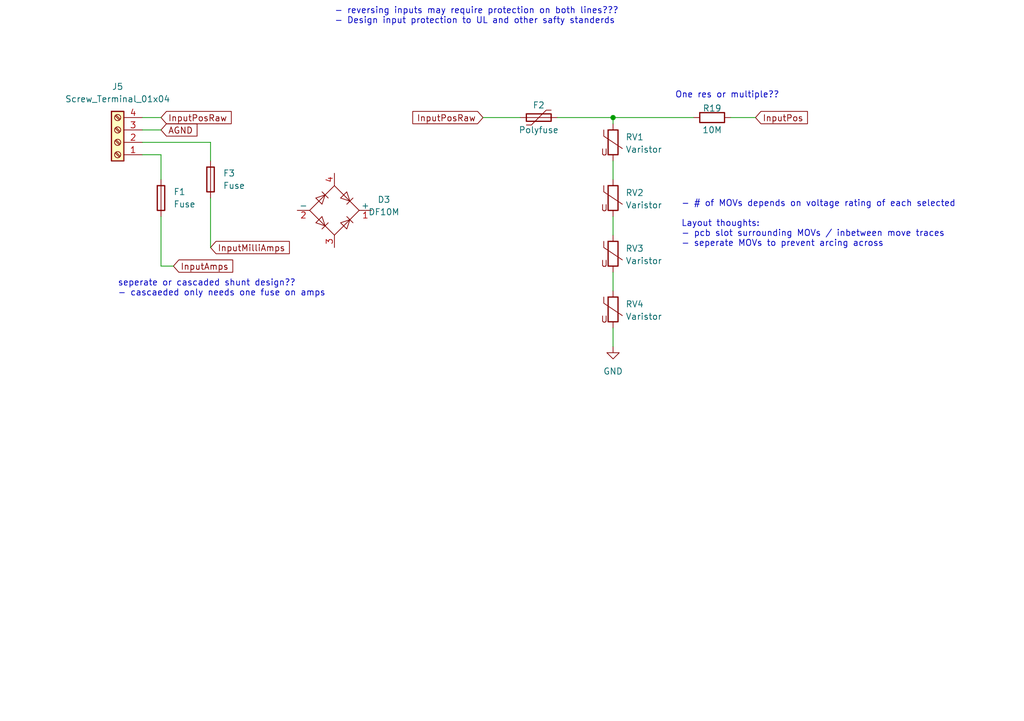
<source format=kicad_sch>
(kicad_sch (version 20230121) (generator eeschema)

  (uuid 93b6cb77-0966-487f-9d61-2a5e952803f5)

  (paper "A5")

  (lib_symbols
    (symbol "Connector:Screw_Terminal_01x04" (pin_names (offset 1.016) hide) (in_bom yes) (on_board yes)
      (property "Reference" "J" (at 0 5.08 0)
        (effects (font (size 1.27 1.27)))
      )
      (property "Value" "Screw_Terminal_01x04" (at 0 -7.62 0)
        (effects (font (size 1.27 1.27)))
      )
      (property "Footprint" "" (at 0 0 0)
        (effects (font (size 1.27 1.27)) hide)
      )
      (property "Datasheet" "~" (at 0 0 0)
        (effects (font (size 1.27 1.27)) hide)
      )
      (property "ki_keywords" "screw terminal" (at 0 0 0)
        (effects (font (size 1.27 1.27)) hide)
      )
      (property "ki_description" "Generic screw terminal, single row, 01x04, script generated (kicad-library-utils/schlib/autogen/connector/)" (at 0 0 0)
        (effects (font (size 1.27 1.27)) hide)
      )
      (property "ki_fp_filters" "TerminalBlock*:*" (at 0 0 0)
        (effects (font (size 1.27 1.27)) hide)
      )
      (symbol "Screw_Terminal_01x04_1_1"
        (rectangle (start -1.27 3.81) (end 1.27 -6.35)
          (stroke (width 0.254) (type default))
          (fill (type background))
        )
        (circle (center 0 -5.08) (radius 0.635)
          (stroke (width 0.1524) (type default))
          (fill (type none))
        )
        (circle (center 0 -2.54) (radius 0.635)
          (stroke (width 0.1524) (type default))
          (fill (type none))
        )
        (polyline
          (pts
            (xy -0.5334 -4.7498)
            (xy 0.3302 -5.588)
          )
          (stroke (width 0.1524) (type default))
          (fill (type none))
        )
        (polyline
          (pts
            (xy -0.5334 -2.2098)
            (xy 0.3302 -3.048)
          )
          (stroke (width 0.1524) (type default))
          (fill (type none))
        )
        (polyline
          (pts
            (xy -0.5334 0.3302)
            (xy 0.3302 -0.508)
          )
          (stroke (width 0.1524) (type default))
          (fill (type none))
        )
        (polyline
          (pts
            (xy -0.5334 2.8702)
            (xy 0.3302 2.032)
          )
          (stroke (width 0.1524) (type default))
          (fill (type none))
        )
        (polyline
          (pts
            (xy -0.3556 -4.572)
            (xy 0.508 -5.4102)
          )
          (stroke (width 0.1524) (type default))
          (fill (type none))
        )
        (polyline
          (pts
            (xy -0.3556 -2.032)
            (xy 0.508 -2.8702)
          )
          (stroke (width 0.1524) (type default))
          (fill (type none))
        )
        (polyline
          (pts
            (xy -0.3556 0.508)
            (xy 0.508 -0.3302)
          )
          (stroke (width 0.1524) (type default))
          (fill (type none))
        )
        (polyline
          (pts
            (xy -0.3556 3.048)
            (xy 0.508 2.2098)
          )
          (stroke (width 0.1524) (type default))
          (fill (type none))
        )
        (circle (center 0 0) (radius 0.635)
          (stroke (width 0.1524) (type default))
          (fill (type none))
        )
        (circle (center 0 2.54) (radius 0.635)
          (stroke (width 0.1524) (type default))
          (fill (type none))
        )
        (pin passive line (at -5.08 2.54 0) (length 3.81)
          (name "Pin_1" (effects (font (size 1.27 1.27))))
          (number "1" (effects (font (size 1.27 1.27))))
        )
        (pin passive line (at -5.08 0 0) (length 3.81)
          (name "Pin_2" (effects (font (size 1.27 1.27))))
          (number "2" (effects (font (size 1.27 1.27))))
        )
        (pin passive line (at -5.08 -2.54 0) (length 3.81)
          (name "Pin_3" (effects (font (size 1.27 1.27))))
          (number "3" (effects (font (size 1.27 1.27))))
        )
        (pin passive line (at -5.08 -5.08 0) (length 3.81)
          (name "Pin_4" (effects (font (size 1.27 1.27))))
          (number "4" (effects (font (size 1.27 1.27))))
        )
      )
    )
    (symbol "Device:Fuse" (pin_numbers hide) (pin_names (offset 0)) (in_bom yes) (on_board yes)
      (property "Reference" "F" (at 2.032 0 90)
        (effects (font (size 1.27 1.27)))
      )
      (property "Value" "Fuse" (at -1.905 0 90)
        (effects (font (size 1.27 1.27)))
      )
      (property "Footprint" "" (at -1.778 0 90)
        (effects (font (size 1.27 1.27)) hide)
      )
      (property "Datasheet" "~" (at 0 0 0)
        (effects (font (size 1.27 1.27)) hide)
      )
      (property "ki_keywords" "fuse" (at 0 0 0)
        (effects (font (size 1.27 1.27)) hide)
      )
      (property "ki_description" "Fuse" (at 0 0 0)
        (effects (font (size 1.27 1.27)) hide)
      )
      (property "ki_fp_filters" "*Fuse*" (at 0 0 0)
        (effects (font (size 1.27 1.27)) hide)
      )
      (symbol "Fuse_0_1"
        (rectangle (start -0.762 -2.54) (end 0.762 2.54)
          (stroke (width 0.254) (type default))
          (fill (type none))
        )
        (polyline
          (pts
            (xy 0 2.54)
            (xy 0 -2.54)
          )
          (stroke (width 0) (type default))
          (fill (type none))
        )
      )
      (symbol "Fuse_1_1"
        (pin passive line (at 0 3.81 270) (length 1.27)
          (name "~" (effects (font (size 1.27 1.27))))
          (number "1" (effects (font (size 1.27 1.27))))
        )
        (pin passive line (at 0 -3.81 90) (length 1.27)
          (name "~" (effects (font (size 1.27 1.27))))
          (number "2" (effects (font (size 1.27 1.27))))
        )
      )
    )
    (symbol "Device:Polyfuse" (pin_numbers hide) (pin_names (offset 0)) (in_bom yes) (on_board yes)
      (property "Reference" "F" (at -2.54 0 90)
        (effects (font (size 1.27 1.27)))
      )
      (property "Value" "Polyfuse" (at 2.54 0 90)
        (effects (font (size 1.27 1.27)))
      )
      (property "Footprint" "" (at 1.27 -5.08 0)
        (effects (font (size 1.27 1.27)) (justify left) hide)
      )
      (property "Datasheet" "~" (at 0 0 0)
        (effects (font (size 1.27 1.27)) hide)
      )
      (property "ki_keywords" "resettable fuse PTC PPTC polyfuse polyswitch" (at 0 0 0)
        (effects (font (size 1.27 1.27)) hide)
      )
      (property "ki_description" "Resettable fuse, polymeric positive temperature coefficient" (at 0 0 0)
        (effects (font (size 1.27 1.27)) hide)
      )
      (property "ki_fp_filters" "*polyfuse* *PTC*" (at 0 0 0)
        (effects (font (size 1.27 1.27)) hide)
      )
      (symbol "Polyfuse_0_1"
        (rectangle (start -0.762 2.54) (end 0.762 -2.54)
          (stroke (width 0.254) (type default))
          (fill (type none))
        )
        (polyline
          (pts
            (xy 0 2.54)
            (xy 0 -2.54)
          )
          (stroke (width 0) (type default))
          (fill (type none))
        )
        (polyline
          (pts
            (xy -1.524 2.54)
            (xy -1.524 1.524)
            (xy 1.524 -1.524)
            (xy 1.524 -2.54)
          )
          (stroke (width 0) (type default))
          (fill (type none))
        )
      )
      (symbol "Polyfuse_1_1"
        (pin passive line (at 0 3.81 270) (length 1.27)
          (name "~" (effects (font (size 1.27 1.27))))
          (number "1" (effects (font (size 1.27 1.27))))
        )
        (pin passive line (at 0 -3.81 90) (length 1.27)
          (name "~" (effects (font (size 1.27 1.27))))
          (number "2" (effects (font (size 1.27 1.27))))
        )
      )
    )
    (symbol "Device:R" (pin_numbers hide) (pin_names (offset 0)) (in_bom yes) (on_board yes)
      (property "Reference" "R" (at 2.032 0 90)
        (effects (font (size 1.27 1.27)))
      )
      (property "Value" "R" (at 0 0 90)
        (effects (font (size 1.27 1.27)))
      )
      (property "Footprint" "" (at -1.778 0 90)
        (effects (font (size 1.27 1.27)) hide)
      )
      (property "Datasheet" "~" (at 0 0 0)
        (effects (font (size 1.27 1.27)) hide)
      )
      (property "ki_keywords" "R res resistor" (at 0 0 0)
        (effects (font (size 1.27 1.27)) hide)
      )
      (property "ki_description" "Resistor" (at 0 0 0)
        (effects (font (size 1.27 1.27)) hide)
      )
      (property "ki_fp_filters" "R_*" (at 0 0 0)
        (effects (font (size 1.27 1.27)) hide)
      )
      (symbol "R_0_1"
        (rectangle (start -1.016 -2.54) (end 1.016 2.54)
          (stroke (width 0.254) (type default))
          (fill (type none))
        )
      )
      (symbol "R_1_1"
        (pin passive line (at 0 3.81 270) (length 1.27)
          (name "~" (effects (font (size 1.27 1.27))))
          (number "1" (effects (font (size 1.27 1.27))))
        )
        (pin passive line (at 0 -3.81 90) (length 1.27)
          (name "~" (effects (font (size 1.27 1.27))))
          (number "2" (effects (font (size 1.27 1.27))))
        )
      )
    )
    (symbol "Device:Varistor" (pin_numbers hide) (pin_names (offset 0)) (in_bom yes) (on_board yes)
      (property "Reference" "RV" (at 3.175 0 90)
        (effects (font (size 1.27 1.27)))
      )
      (property "Value" "Varistor" (at -3.175 0 90)
        (effects (font (size 1.27 1.27)))
      )
      (property "Footprint" "" (at -1.778 0 90)
        (effects (font (size 1.27 1.27)) hide)
      )
      (property "Datasheet" "~" (at 0 0 0)
        (effects (font (size 1.27 1.27)) hide)
      )
      (property "Sim.Name" "kicad_builtin_varistor" (at 0 0 0)
        (effects (font (size 1.27 1.27)) hide)
      )
      (property "Sim.Device" "SUBCKT" (at 0 0 0)
        (effects (font (size 1.27 1.27)) hide)
      )
      (property "Sim.Pins" "1=A 2=B" (at 0 0 0)
        (effects (font (size 1.27 1.27)) hide)
      )
      (property "Sim.Params" "threshold=1k" (at 0 0 0)
        (effects (font (size 1.27 1.27)) hide)
      )
      (property "Sim.Library" "${KICAD7_SYMBOL_DIR}/Simulation_SPICE.sp" (at 0 0 0)
        (effects (font (size 1.27 1.27)) hide)
      )
      (property "ki_keywords" "VDR resistance" (at 0 0 0)
        (effects (font (size 1.27 1.27)) hide)
      )
      (property "ki_description" "Voltage dependent resistor" (at 0 0 0)
        (effects (font (size 1.27 1.27)) hide)
      )
      (property "ki_fp_filters" "RV_* Varistor*" (at 0 0 0)
        (effects (font (size 1.27 1.27)) hide)
      )
      (symbol "Varistor_0_0"
        (text "U" (at -1.778 -2.032 0)
          (effects (font (size 1.27 1.27)))
        )
      )
      (symbol "Varistor_0_1"
        (rectangle (start -1.016 -2.54) (end 1.016 2.54)
          (stroke (width 0.254) (type default))
          (fill (type none))
        )
        (polyline
          (pts
            (xy -1.905 2.54)
            (xy -1.905 1.27)
            (xy 1.905 -1.27)
          )
          (stroke (width 0) (type default))
          (fill (type none))
        )
      )
      (symbol "Varistor_1_1"
        (pin passive line (at 0 3.81 270) (length 1.27)
          (name "~" (effects (font (size 1.27 1.27))))
          (number "1" (effects (font (size 1.27 1.27))))
        )
        (pin passive line (at 0 -3.81 90) (length 1.27)
          (name "~" (effects (font (size 1.27 1.27))))
          (number "2" (effects (font (size 1.27 1.27))))
        )
      )
    )
    (symbol "Diode_Bridge:DF10M" (pin_names (offset 0)) (in_bom yes) (on_board yes)
      (property "Reference" "D" (at 2.54 6.985 0)
        (effects (font (size 1.27 1.27)) (justify left))
      )
      (property "Value" "DF10M" (at 2.54 5.08 0)
        (effects (font (size 1.27 1.27)) (justify left))
      )
      (property "Footprint" "Diode_THT:Diode_Bridge_DIP-4_W7.62mm_P5.08mm" (at 3.81 3.175 0)
        (effects (font (size 1.27 1.27)) (justify left) hide)
      )
      (property "Datasheet" "http://www.vishay.com/docs/88571/dfm.pdf" (at 0 0 0)
        (effects (font (size 1.27 1.27)) hide)
      )
      (property "ki_keywords" "rectifier acdc" (at 0 0 0)
        (effects (font (size 1.27 1.27)) hide)
      )
      (property "ki_description" "Miniature Glass Passivated Single-Phase Bridge Rectifiers, 700V Vrms, 1.0A If, DIP-4" (at 0 0 0)
        (effects (font (size 1.27 1.27)) hide)
      )
      (property "ki_fp_filters" "Diode*Bridge*DIP*W7.62mm*P5.08mm*" (at 0 0 0)
        (effects (font (size 1.27 1.27)) hide)
      )
      (symbol "DF10M_0_1"
        (polyline
          (pts
            (xy -2.54 3.81)
            (xy -1.27 2.54)
          )
          (stroke (width 0) (type default))
          (fill (type none))
        )
        (polyline
          (pts
            (xy -1.27 -2.54)
            (xy -2.54 -3.81)
          )
          (stroke (width 0) (type default))
          (fill (type none))
        )
        (polyline
          (pts
            (xy 2.54 -1.27)
            (xy 3.81 -2.54)
          )
          (stroke (width 0) (type default))
          (fill (type none))
        )
        (polyline
          (pts
            (xy 2.54 1.27)
            (xy 3.81 2.54)
          )
          (stroke (width 0) (type default))
          (fill (type none))
        )
        (polyline
          (pts
            (xy -3.81 2.54)
            (xy -2.54 1.27)
            (xy -1.905 3.175)
            (xy -3.81 2.54)
          )
          (stroke (width 0) (type default))
          (fill (type none))
        )
        (polyline
          (pts
            (xy -2.54 -1.27)
            (xy -3.81 -2.54)
            (xy -1.905 -3.175)
            (xy -2.54 -1.27)
          )
          (stroke (width 0) (type default))
          (fill (type none))
        )
        (polyline
          (pts
            (xy 1.27 2.54)
            (xy 2.54 3.81)
            (xy 3.175 1.905)
            (xy 1.27 2.54)
          )
          (stroke (width 0) (type default))
          (fill (type none))
        )
        (polyline
          (pts
            (xy 3.175 -1.905)
            (xy 1.27 -2.54)
            (xy 2.54 -3.81)
            (xy 3.175 -1.905)
          )
          (stroke (width 0) (type default))
          (fill (type none))
        )
        (polyline
          (pts
            (xy -5.08 0)
            (xy 0 -5.08)
            (xy 5.08 0)
            (xy 0 5.08)
            (xy -5.08 0)
          )
          (stroke (width 0) (type default))
          (fill (type none))
        )
      )
      (symbol "DF10M_1_1"
        (pin passive line (at 7.62 0 180) (length 2.54)
          (name "+" (effects (font (size 1.27 1.27))))
          (number "1" (effects (font (size 1.27 1.27))))
        )
        (pin passive line (at -7.62 0 0) (length 2.54)
          (name "-" (effects (font (size 1.27 1.27))))
          (number "2" (effects (font (size 1.27 1.27))))
        )
        (pin passive line (at 0 -7.62 90) (length 2.54)
          (name "~" (effects (font (size 1.27 1.27))))
          (number "3" (effects (font (size 1.27 1.27))))
        )
        (pin passive line (at 0 7.62 270) (length 2.54)
          (name "~" (effects (font (size 1.27 1.27))))
          (number "4" (effects (font (size 1.27 1.27))))
        )
      )
    )
    (symbol "power:GND" (power) (pin_names (offset 0)) (in_bom yes) (on_board yes)
      (property "Reference" "#PWR" (at 0 -6.35 0)
        (effects (font (size 1.27 1.27)) hide)
      )
      (property "Value" "GND" (at 0 -3.81 0)
        (effects (font (size 1.27 1.27)))
      )
      (property "Footprint" "" (at 0 0 0)
        (effects (font (size 1.27 1.27)) hide)
      )
      (property "Datasheet" "" (at 0 0 0)
        (effects (font (size 1.27 1.27)) hide)
      )
      (property "ki_keywords" "global power" (at 0 0 0)
        (effects (font (size 1.27 1.27)) hide)
      )
      (property "ki_description" "Power symbol creates a global label with name \"GND\" , ground" (at 0 0 0)
        (effects (font (size 1.27 1.27)) hide)
      )
      (symbol "GND_0_1"
        (polyline
          (pts
            (xy 0 0)
            (xy 0 -1.27)
            (xy 1.27 -1.27)
            (xy 0 -2.54)
            (xy -1.27 -1.27)
            (xy 0 -1.27)
          )
          (stroke (width 0) (type default))
          (fill (type none))
        )
      )
      (symbol "GND_1_1"
        (pin power_in line (at 0 0 270) (length 0) hide
          (name "GND" (effects (font (size 1.27 1.27))))
          (number "1" (effects (font (size 1.27 1.27))))
        )
      )
    )
  )

  (junction (at 125.73 24.13) (diameter 0) (color 0 0 0 0)
    (uuid 6c95d8d3-0f02-4247-8a26-96ad1788bae2)
  )

  (wire (pts (xy 114.3 24.13) (xy 125.73 24.13))
    (stroke (width 0) (type default))
    (uuid 1bbc7ba7-b6fa-4807-80a5-bd149aa4ed9a)
  )
  (wire (pts (xy 43.18 40.64) (xy 43.18 50.8))
    (stroke (width 0) (type default))
    (uuid 3c279f77-fac7-494a-bcc4-f0a46344c8f0)
  )
  (wire (pts (xy 29.21 29.21) (xy 43.18 29.21))
    (stroke (width 0) (type default))
    (uuid 411a118b-989c-4f5a-aca1-35fa8f55fa88)
  )
  (wire (pts (xy 29.21 24.13) (xy 33.02 24.13))
    (stroke (width 0) (type default))
    (uuid 41d2d8a3-50a1-4ea7-bd42-536359aa5261)
  )
  (wire (pts (xy 125.73 67.31) (xy 125.73 71.12))
    (stroke (width 0) (type default))
    (uuid 593a283c-bff2-4d42-8062-94bc4c17e677)
  )
  (wire (pts (xy 125.73 33.02) (xy 125.73 36.83))
    (stroke (width 0) (type default))
    (uuid 5f9d5aa0-f57c-4ddd-96a6-969be0d26576)
  )
  (wire (pts (xy 125.73 24.13) (xy 142.24 24.13))
    (stroke (width 0) (type default))
    (uuid 645e477c-05be-49a9-9d48-3c6a251aac0b)
  )
  (wire (pts (xy 149.86 24.13) (xy 154.94 24.13))
    (stroke (width 0) (type default))
    (uuid 69f6b6b2-307f-4108-8945-0d8b32099ca7)
  )
  (wire (pts (xy 125.73 24.13) (xy 125.73 25.4))
    (stroke (width 0) (type default))
    (uuid 7f93450a-6de4-429e-8b3d-5751243c09b6)
  )
  (wire (pts (xy 29.21 26.67) (xy 33.02 26.67))
    (stroke (width 0) (type default))
    (uuid 8b36d8ba-0efe-4672-be10-8371c24d2712)
  )
  (wire (pts (xy 125.73 55.88) (xy 125.73 59.69))
    (stroke (width 0) (type default))
    (uuid 91a15137-5585-44a7-aed4-22d7f9dd8b5a)
  )
  (wire (pts (xy 43.18 33.02) (xy 43.18 29.21))
    (stroke (width 0) (type default))
    (uuid a053e25a-142c-49a4-a57f-6409b6891799)
  )
  (wire (pts (xy 33.02 44.45) (xy 33.02 54.61))
    (stroke (width 0) (type default))
    (uuid b9f28053-d106-435f-886c-ac9365be5e74)
  )
  (wire (pts (xy 33.02 54.61) (xy 35.56 54.61))
    (stroke (width 0) (type default))
    (uuid cf47b199-4e97-4cb3-bd3c-3eef574edee9)
  )
  (wire (pts (xy 33.02 31.75) (xy 33.02 36.83))
    (stroke (width 0) (type default))
    (uuid d51a72df-fabf-444b-b3d9-f87c90f60827)
  )
  (wire (pts (xy 99.06 24.13) (xy 106.68 24.13))
    (stroke (width 0) (type default))
    (uuid dad99ab1-2b7c-41e4-b495-e4f998fed5ef)
  )
  (wire (pts (xy 125.73 44.45) (xy 125.73 48.26))
    (stroke (width 0) (type default))
    (uuid dfbed9df-202a-45dd-9c41-4a515d09f6e7)
  )
  (wire (pts (xy 29.21 31.75) (xy 33.02 31.75))
    (stroke (width 0) (type default))
    (uuid e71f632c-a72f-4b14-b35c-780e31b6505b)
  )

  (text "- Input buffers\n- Current fuses (NTC temp resistor, mov, look at Power supply input)\n\n- reversing inputs may require protection on both lines???\n- Design input protection to UL and other safty standerds"
    (at 68.58 5.08 0)
    (effects (font (size 1.27 1.27)) (justify left bottom))
    (uuid 61fe1d28-23f3-487d-9dc5-467537b97328)
  )
  (text "- # of MOVs depends on voltage rating of each selected\n\nLayout thoughts:\n- pcb slot surrounding MOVs / inbetween move traces\n- seperate MOVs to prevent arcing across"
    (at 139.7 50.8 0)
    (effects (font (size 1.27 1.27)) (justify left bottom))
    (uuid 974d8a61-667a-45b1-9633-8b99ed107feb)
  )
  (text "seperate or cascaded shunt design??\n- cascaeded only needs one fuse on amps"
    (at 24.13 60.96 0)
    (effects (font (size 1.27 1.27)) (justify left bottom))
    (uuid cbefff68-82de-42fd-9aac-642d542d88f3)
  )
  (text "One res or multiple??\n" (at 138.43 20.32 0)
    (effects (font (size 1.27 1.27)) (justify left bottom))
    (uuid ed393b40-dac1-4e9d-a6b5-4517688ec0b6)
  )

  (global_label "InputMilliAmps" (shape input) (at 43.18 50.8 0) (fields_autoplaced)
    (effects (font (size 1.27 1.27)) (justify left))
    (uuid 7bb0a845-adfb-4fae-a775-21c1f3b72793)
    (property "Intersheetrefs" "${INTERSHEET_REFS}" (at 59.8931 50.8 0)
      (effects (font (size 1.27 1.27)) (justify left) hide)
    )
  )
  (global_label "InputAmps" (shape input) (at 35.56 54.61 0) (fields_autoplaced)
    (effects (font (size 1.27 1.27)) (justify left))
    (uuid 9f1e2310-3d3a-410e-a016-cacc8816449f)
    (property "Intersheetrefs" "${INTERSHEET_REFS}" (at 48.2817 54.61 0)
      (effects (font (size 1.27 1.27)) (justify left) hide)
    )
  )
  (global_label "InputPosRaw" (shape input) (at 33.02 24.13 0) (fields_autoplaced)
    (effects (font (size 1.27 1.27)) (justify left))
    (uuid b326d335-98b9-4932-8ba8-d414c2137586)
    (property "Intersheetrefs" "${INTERSHEET_REFS}" (at 47.9793 24.13 0)
      (effects (font (size 1.27 1.27)) (justify left) hide)
    )
  )
  (global_label "AGND" (shape input) (at 33.02 26.67 0) (fields_autoplaced)
    (effects (font (size 1.27 1.27)) (justify left))
    (uuid c8fb676c-3807-45c7-a8f1-63cb2837f847)
    (property "Intersheetrefs" "${INTERSHEET_REFS}" (at 40.9643 26.67 0)
      (effects (font (size 1.27 1.27)) (justify left) hide)
    )
  )
  (global_label "InputPos" (shape input) (at 154.94 24.13 0) (fields_autoplaced)
    (effects (font (size 1.27 1.27)) (justify left))
    (uuid da128766-6e43-46f9-8f72-f5af8e527c1d)
    (property "Intersheetrefs" "${INTERSHEET_REFS}" (at 166.1498 24.13 0)
      (effects (font (size 1.27 1.27)) (justify left) hide)
    )
  )
  (global_label "InputPosRaw" (shape input) (at 99.06 24.13 180) (fields_autoplaced)
    (effects (font (size 1.27 1.27)) (justify right))
    (uuid f50367fd-d7a2-4b89-b34c-99f712777eec)
    (property "Intersheetrefs" "${INTERSHEET_REFS}" (at 84.1007 24.13 0)
      (effects (font (size 1.27 1.27)) (justify right) hide)
    )
  )

  (symbol (lib_id "Connector:Screw_Terminal_01x04") (at 24.13 29.21 180) (unit 1)
    (in_bom yes) (on_board yes) (dnp no) (fields_autoplaced)
    (uuid 093ccee6-191f-45d6-b4c5-326e8c5ea659)
    (property "Reference" "J5" (at 24.13 17.78 0)
      (effects (font (size 1.27 1.27)))
    )
    (property "Value" "Screw_Terminal_01x04" (at 24.13 20.32 0)
      (effects (font (size 1.27 1.27)))
    )
    (property "Footprint" "" (at 24.13 29.21 0)
      (effects (font (size 1.27 1.27)) hide)
    )
    (property "Datasheet" "~" (at 24.13 29.21 0)
      (effects (font (size 1.27 1.27)) hide)
    )
    (pin "1" (uuid e096eb0a-f15c-46e9-bf23-9c9b4de657da))
    (pin "2" (uuid bc72ea74-1668-4394-a1b0-19adf4bca6f6))
    (pin "3" (uuid 477bdb38-af0d-4bbb-99fb-18aebd432512))
    (pin "4" (uuid 4a8a1da4-660f-4130-a4c8-79423c568acd))
    (instances
      (project "DMM"
        (path "/fdef8797-05b6-4b9b-8306-0b70a5374f43/d1812343-f021-4c4a-bd79-8527f8a249f7"
          (reference "J5") (unit 1)
        )
      )
    )
  )

  (symbol (lib_id "power:GND") (at 125.73 71.12 0) (unit 1)
    (in_bom yes) (on_board yes) (dnp no) (fields_autoplaced)
    (uuid 0b636538-e02e-4365-8a34-d5695c6a4c5a)
    (property "Reference" "#PWR043" (at 125.73 77.47 0)
      (effects (font (size 1.27 1.27)) hide)
    )
    (property "Value" "GND" (at 125.73 76.2 0)
      (effects (font (size 1.27 1.27)))
    )
    (property "Footprint" "" (at 125.73 71.12 0)
      (effects (font (size 1.27 1.27)) hide)
    )
    (property "Datasheet" "" (at 125.73 71.12 0)
      (effects (font (size 1.27 1.27)) hide)
    )
    (pin "1" (uuid 0aeb3957-a1f5-4ba8-ad0a-43c32f078c11))
    (instances
      (project "DMM"
        (path "/fdef8797-05b6-4b9b-8306-0b70a5374f43/d1812343-f021-4c4a-bd79-8527f8a249f7"
          (reference "#PWR043") (unit 1)
        )
      )
    )
  )

  (symbol (lib_id "Device:Polyfuse") (at 110.49 24.13 90) (unit 1)
    (in_bom yes) (on_board yes) (dnp no)
    (uuid 2891338f-d099-441d-ae9e-f43500cdff3e)
    (property "Reference" "F2" (at 110.49 21.59 90)
      (effects (font (size 1.27 1.27)))
    )
    (property "Value" "Polyfuse" (at 110.49 26.67 90)
      (effects (font (size 1.27 1.27)))
    )
    (property "Footprint" "" (at 115.57 22.86 0)
      (effects (font (size 1.27 1.27)) (justify left) hide)
    )
    (property "Datasheet" "~" (at 110.49 24.13 0)
      (effects (font (size 1.27 1.27)) hide)
    )
    (pin "1" (uuid 889e4718-5db0-4f53-ba2b-7edecf4b1fc2))
    (pin "2" (uuid ffbb622b-dcc6-4232-b9b3-1f72718ca0fb))
    (instances
      (project "DMM"
        (path "/fdef8797-05b6-4b9b-8306-0b70a5374f43/d1812343-f021-4c4a-bd79-8527f8a249f7"
          (reference "F2") (unit 1)
        )
      )
    )
  )

  (symbol (lib_id "Device:R") (at 146.05 24.13 90) (unit 1)
    (in_bom yes) (on_board yes) (dnp no)
    (uuid 3df083d6-f206-4188-aa36-c534d56ddc70)
    (property "Reference" "R19" (at 146.05 22.225 90)
      (effects (font (size 1.27 1.27)))
    )
    (property "Value" "10M" (at 146.05 26.67 90)
      (effects (font (size 1.27 1.27)))
    )
    (property "Footprint" "" (at 146.05 25.908 90)
      (effects (font (size 1.27 1.27)) hide)
    )
    (property "Datasheet" "~" (at 146.05 24.13 0)
      (effects (font (size 1.27 1.27)) hide)
    )
    (pin "1" (uuid 4fd8d102-4648-4ab6-a73a-a27ed5af4e6c))
    (pin "2" (uuid ced8b771-9beb-4ddc-86f8-97f9909fd3be))
    (instances
      (project "DMM"
        (path "/fdef8797-05b6-4b9b-8306-0b70a5374f43/d1812343-f021-4c4a-bd79-8527f8a249f7"
          (reference "R19") (unit 1)
        )
        (path "/fdef8797-05b6-4b9b-8306-0b70a5374f43/47d95a9d-7333-4fe2-91a0-1743f3158f3f"
          (reference "R19") (unit 1)
        )
      )
    )
  )

  (symbol (lib_id "Device:Fuse") (at 43.18 36.83 0) (unit 1)
    (in_bom yes) (on_board yes) (dnp no) (fields_autoplaced)
    (uuid 57e44246-c885-4ac0-ae8f-cf76ec36f0cf)
    (property "Reference" "F3" (at 45.72 35.56 0)
      (effects (font (size 1.27 1.27)) (justify left))
    )
    (property "Value" "Fuse" (at 45.72 38.1 0)
      (effects (font (size 1.27 1.27)) (justify left))
    )
    (property "Footprint" "" (at 41.402 36.83 90)
      (effects (font (size 1.27 1.27)) hide)
    )
    (property "Datasheet" "~" (at 43.18 36.83 0)
      (effects (font (size 1.27 1.27)) hide)
    )
    (pin "1" (uuid d6ba52c0-51bc-458a-b14c-c22f989fcd08))
    (pin "2" (uuid 5777c179-5790-4fb6-bcb8-7c92e65e6834))
    (instances
      (project "DMM"
        (path "/fdef8797-05b6-4b9b-8306-0b70a5374f43/d1812343-f021-4c4a-bd79-8527f8a249f7"
          (reference "F3") (unit 1)
        )
      )
    )
  )

  (symbol (lib_id "Device:Varistor") (at 125.73 40.64 0) (unit 1)
    (in_bom yes) (on_board yes) (dnp no) (fields_autoplaced)
    (uuid 75905c15-db33-43cb-ba1b-c0055db379c0)
    (property "Reference" "RV2" (at 128.27 39.5633 0)
      (effects (font (size 1.27 1.27)) (justify left))
    )
    (property "Value" "Varistor" (at 128.27 42.1033 0)
      (effects (font (size 1.27 1.27)) (justify left))
    )
    (property "Footprint" "" (at 123.952 40.64 90)
      (effects (font (size 1.27 1.27)) hide)
    )
    (property "Datasheet" "~" (at 125.73 40.64 0)
      (effects (font (size 1.27 1.27)) hide)
    )
    (property "Sim.Name" "kicad_builtin_varistor" (at 125.73 40.64 0)
      (effects (font (size 1.27 1.27)) hide)
    )
    (property "Sim.Device" "SUBCKT" (at 125.73 40.64 0)
      (effects (font (size 1.27 1.27)) hide)
    )
    (property "Sim.Pins" "1=A 2=B" (at 125.73 40.64 0)
      (effects (font (size 1.27 1.27)) hide)
    )
    (property "Sim.Params" "threshold=1k" (at 125.73 40.64 0)
      (effects (font (size 1.27 1.27)) hide)
    )
    (property "Sim.Library" "${KICAD7_SYMBOL_DIR}/Simulation_SPICE.sp" (at 125.73 40.64 0)
      (effects (font (size 1.27 1.27)) hide)
    )
    (pin "1" (uuid 441bfad2-b136-4494-b235-dfb1a9cb85bc))
    (pin "2" (uuid 2c43d800-1287-4fb5-a1a5-991da60f1d22))
    (instances
      (project "DMM"
        (path "/fdef8797-05b6-4b9b-8306-0b70a5374f43/d1812343-f021-4c4a-bd79-8527f8a249f7"
          (reference "RV2") (unit 1)
        )
      )
    )
  )

  (symbol (lib_id "Device:Fuse") (at 33.02 40.64 0) (unit 1)
    (in_bom yes) (on_board yes) (dnp no) (fields_autoplaced)
    (uuid b40dd50a-b35e-44ed-b902-fc1887854c0e)
    (property "Reference" "F1" (at 35.56 39.37 0)
      (effects (font (size 1.27 1.27)) (justify left))
    )
    (property "Value" "Fuse" (at 35.56 41.91 0)
      (effects (font (size 1.27 1.27)) (justify left))
    )
    (property "Footprint" "" (at 31.242 40.64 90)
      (effects (font (size 1.27 1.27)) hide)
    )
    (property "Datasheet" "~" (at 33.02 40.64 0)
      (effects (font (size 1.27 1.27)) hide)
    )
    (pin "1" (uuid e94b28e4-4401-4422-9610-c947a5d44ba4))
    (pin "2" (uuid 5e0bf3b5-4b81-48d8-af7c-18b8d5ebc1a7))
    (instances
      (project "DMM"
        (path "/fdef8797-05b6-4b9b-8306-0b70a5374f43/d1812343-f021-4c4a-bd79-8527f8a249f7"
          (reference "F1") (unit 1)
        )
      )
    )
  )

  (symbol (lib_id "Device:Varistor") (at 125.73 52.07 0) (unit 1)
    (in_bom yes) (on_board yes) (dnp no) (fields_autoplaced)
    (uuid cdcf7f50-3ca4-4604-8d52-e660f25bcbf4)
    (property "Reference" "RV3" (at 128.27 50.9933 0)
      (effects (font (size 1.27 1.27)) (justify left))
    )
    (property "Value" "Varistor" (at 128.27 53.5333 0)
      (effects (font (size 1.27 1.27)) (justify left))
    )
    (property "Footprint" "" (at 123.952 52.07 90)
      (effects (font (size 1.27 1.27)) hide)
    )
    (property "Datasheet" "~" (at 125.73 52.07 0)
      (effects (font (size 1.27 1.27)) hide)
    )
    (property "Sim.Name" "kicad_builtin_varistor" (at 125.73 52.07 0)
      (effects (font (size 1.27 1.27)) hide)
    )
    (property "Sim.Device" "SUBCKT" (at 125.73 52.07 0)
      (effects (font (size 1.27 1.27)) hide)
    )
    (property "Sim.Pins" "1=A 2=B" (at 125.73 52.07 0)
      (effects (font (size 1.27 1.27)) hide)
    )
    (property "Sim.Params" "threshold=1k" (at 125.73 52.07 0)
      (effects (font (size 1.27 1.27)) hide)
    )
    (property "Sim.Library" "${KICAD7_SYMBOL_DIR}/Simulation_SPICE.sp" (at 125.73 52.07 0)
      (effects (font (size 1.27 1.27)) hide)
    )
    (pin "1" (uuid d5c835fe-b0f9-465f-bf4c-7b399bb55372))
    (pin "2" (uuid 6d533cca-3304-4502-8efa-5c09be543e22))
    (instances
      (project "DMM"
        (path "/fdef8797-05b6-4b9b-8306-0b70a5374f43/d1812343-f021-4c4a-bd79-8527f8a249f7"
          (reference "RV3") (unit 1)
        )
      )
    )
  )

  (symbol (lib_id "Device:Varistor") (at 125.73 63.5 0) (unit 1)
    (in_bom yes) (on_board yes) (dnp no) (fields_autoplaced)
    (uuid d3481461-46c7-4981-b1fd-7eef69654775)
    (property "Reference" "RV4" (at 128.27 62.4233 0)
      (effects (font (size 1.27 1.27)) (justify left))
    )
    (property "Value" "Varistor" (at 128.27 64.9633 0)
      (effects (font (size 1.27 1.27)) (justify left))
    )
    (property "Footprint" "" (at 123.952 63.5 90)
      (effects (font (size 1.27 1.27)) hide)
    )
    (property "Datasheet" "~" (at 125.73 63.5 0)
      (effects (font (size 1.27 1.27)) hide)
    )
    (property "Sim.Name" "kicad_builtin_varistor" (at 125.73 63.5 0)
      (effects (font (size 1.27 1.27)) hide)
    )
    (property "Sim.Device" "SUBCKT" (at 125.73 63.5 0)
      (effects (font (size 1.27 1.27)) hide)
    )
    (property "Sim.Pins" "1=A 2=B" (at 125.73 63.5 0)
      (effects (font (size 1.27 1.27)) hide)
    )
    (property "Sim.Params" "threshold=1k" (at 125.73 63.5 0)
      (effects (font (size 1.27 1.27)) hide)
    )
    (property "Sim.Library" "${KICAD7_SYMBOL_DIR}/Simulation_SPICE.sp" (at 125.73 63.5 0)
      (effects (font (size 1.27 1.27)) hide)
    )
    (pin "1" (uuid 192bb73e-89d1-4d34-927e-e7ba0b7c621a))
    (pin "2" (uuid 445c0562-029a-4fc0-bbe2-fe33648fac5b))
    (instances
      (project "DMM"
        (path "/fdef8797-05b6-4b9b-8306-0b70a5374f43/d1812343-f021-4c4a-bd79-8527f8a249f7"
          (reference "RV4") (unit 1)
        )
      )
    )
  )

  (symbol (lib_id "Diode_Bridge:DF10M") (at 68.58 43.18 0) (unit 1)
    (in_bom yes) (on_board yes) (dnp no) (fields_autoplaced)
    (uuid d4df1f7f-828f-4afb-a21a-8b3bedd8b566)
    (property "Reference" "D3" (at 78.74 40.9641 0)
      (effects (font (size 1.27 1.27)))
    )
    (property "Value" "DF10M" (at 78.74 43.5041 0)
      (effects (font (size 1.27 1.27)))
    )
    (property "Footprint" "Diode_THT:Diode_Bridge_DIP-4_W7.62mm_P5.08mm" (at 72.39 40.005 0)
      (effects (font (size 1.27 1.27)) (justify left) hide)
    )
    (property "Datasheet" "http://www.vishay.com/docs/88571/dfm.pdf" (at 68.58 43.18 0)
      (effects (font (size 1.27 1.27)) hide)
    )
    (pin "1" (uuid 0d4713f0-d9b7-47fc-bc7f-4ccdb27c9376))
    (pin "2" (uuid a5465912-13db-4884-8afe-eea3417b208a))
    (pin "3" (uuid 52c2af83-5ebc-436f-89c1-895ab6614dcd))
    (pin "4" (uuid 8d173605-c631-46c4-b0ca-5bf92ec06b7b))
    (instances
      (project "DMM"
        (path "/fdef8797-05b6-4b9b-8306-0b70a5374f43/d1812343-f021-4c4a-bd79-8527f8a249f7"
          (reference "D3") (unit 1)
        )
      )
    )
  )

  (symbol (lib_id "Device:Varistor") (at 125.73 29.21 0) (unit 1)
    (in_bom yes) (on_board yes) (dnp no) (fields_autoplaced)
    (uuid d739a55e-b414-4212-95ed-e47c5d3ceef5)
    (property "Reference" "RV1" (at 128.27 28.1333 0)
      (effects (font (size 1.27 1.27)) (justify left))
    )
    (property "Value" "Varistor" (at 128.27 30.6733 0)
      (effects (font (size 1.27 1.27)) (justify left))
    )
    (property "Footprint" "" (at 123.952 29.21 90)
      (effects (font (size 1.27 1.27)) hide)
    )
    (property "Datasheet" "~" (at 125.73 29.21 0)
      (effects (font (size 1.27 1.27)) hide)
    )
    (property "Sim.Name" "kicad_builtin_varistor" (at 125.73 29.21 0)
      (effects (font (size 1.27 1.27)) hide)
    )
    (property "Sim.Device" "SUBCKT" (at 125.73 29.21 0)
      (effects (font (size 1.27 1.27)) hide)
    )
    (property "Sim.Pins" "1=A 2=B" (at 125.73 29.21 0)
      (effects (font (size 1.27 1.27)) hide)
    )
    (property "Sim.Params" "threshold=1k" (at 125.73 29.21 0)
      (effects (font (size 1.27 1.27)) hide)
    )
    (property "Sim.Library" "${KICAD7_SYMBOL_DIR}/Simulation_SPICE.sp" (at 125.73 29.21 0)
      (effects (font (size 1.27 1.27)) hide)
    )
    (pin "1" (uuid 9adaa863-2f2a-42d2-824c-275a83d0695c))
    (pin "2" (uuid 6439801e-2050-4c9e-a692-8d0156204e99))
    (instances
      (project "DMM"
        (path "/fdef8797-05b6-4b9b-8306-0b70a5374f43/d1812343-f021-4c4a-bd79-8527f8a249f7"
          (reference "RV1") (unit 1)
        )
      )
    )
  )
)

</source>
